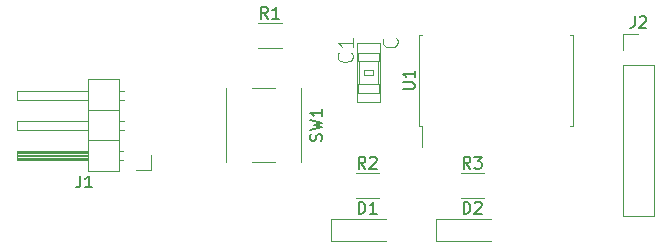
<source format=gbr>
%TF.GenerationSoftware,KiCad,Pcbnew,(5.1.9)-1*%
%TF.CreationDate,2021-02-16T10:35:30-05:00*%
%TF.ProjectId,Blinkbutton1616,426c696e-6b62-4757-9474-6f6e31363136,rev?*%
%TF.SameCoordinates,Original*%
%TF.FileFunction,Legend,Top*%
%TF.FilePolarity,Positive*%
%FSLAX46Y46*%
G04 Gerber Fmt 4.6, Leading zero omitted, Abs format (unit mm)*
G04 Created by KiCad (PCBNEW (5.1.9)-1) date 2021-02-16 10:35:30*
%MOMM*%
%LPD*%
G01*
G04 APERTURE LIST*
%ADD10C,0.120000*%
%ADD11C,0.066040*%
%ADD12C,0.050800*%
%ADD13C,0.101600*%
%ADD14C,0.150000*%
G04 APERTURE END LIST*
D10*
%TO.C,U1*%
X139775000Y-121970000D02*
X139775000Y-123785000D01*
X139540000Y-121970000D02*
X139775000Y-121970000D01*
X139540000Y-118110000D02*
X139540000Y-121970000D01*
X139540000Y-114250000D02*
X139775000Y-114250000D01*
X139540000Y-118110000D02*
X139540000Y-114250000D01*
X152560000Y-121970000D02*
X152325000Y-121970000D01*
X152560000Y-118110000D02*
X152560000Y-121970000D01*
X152560000Y-114250000D02*
X152325000Y-114250000D01*
X152560000Y-118110000D02*
X152560000Y-114250000D01*
%TO.C,J2*%
X156785000Y-129600000D02*
X159445000Y-129600000D01*
X156785000Y-116840000D02*
X156785000Y-129600000D01*
X159445000Y-116840000D02*
X159445000Y-129600000D01*
X156785000Y-116840000D02*
X159445000Y-116840000D01*
X156785000Y-115570000D02*
X156785000Y-114240000D01*
X156785000Y-114240000D02*
X158115000Y-114240000D01*
%TO.C,J1*%
X114130000Y-125790000D02*
X114130000Y-118050000D01*
X114130000Y-118050000D02*
X111470000Y-118050000D01*
X111470000Y-118050000D02*
X111470000Y-125790000D01*
X111470000Y-125790000D02*
X114130000Y-125790000D01*
X111470000Y-124840000D02*
X105470000Y-124840000D01*
X105470000Y-124840000D02*
X105470000Y-124080000D01*
X105470000Y-124080000D02*
X111470000Y-124080000D01*
X111470000Y-124780000D02*
X105470000Y-124780000D01*
X111470000Y-124660000D02*
X105470000Y-124660000D01*
X111470000Y-124540000D02*
X105470000Y-124540000D01*
X111470000Y-124420000D02*
X105470000Y-124420000D01*
X111470000Y-124300000D02*
X105470000Y-124300000D01*
X111470000Y-124180000D02*
X105470000Y-124180000D01*
X114460000Y-124840000D02*
X114130000Y-124840000D01*
X114460000Y-124080000D02*
X114130000Y-124080000D01*
X114130000Y-123190000D02*
X111470000Y-123190000D01*
X111470000Y-122300000D02*
X105470000Y-122300000D01*
X105470000Y-122300000D02*
X105470000Y-121540000D01*
X105470000Y-121540000D02*
X111470000Y-121540000D01*
X114527071Y-122300000D02*
X114130000Y-122300000D01*
X114527071Y-121540000D02*
X114130000Y-121540000D01*
X114130000Y-120650000D02*
X111470000Y-120650000D01*
X111470000Y-119760000D02*
X105470000Y-119760000D01*
X105470000Y-119760000D02*
X105470000Y-119000000D01*
X105470000Y-119000000D02*
X111470000Y-119000000D01*
X114527071Y-119760000D02*
X114130000Y-119760000D01*
X114527071Y-119000000D02*
X114130000Y-119000000D01*
X116840000Y-124460000D02*
X116840000Y-125730000D01*
X116840000Y-125730000D02*
X115570000Y-125730000D01*
%TO.C,SW1*%
X127365000Y-125070000D02*
X125365000Y-125070000D01*
X123215000Y-125070000D02*
X123215000Y-118770000D01*
X125365000Y-118770000D02*
X127365000Y-118770000D01*
X129515000Y-118770000D02*
X129515000Y-125070000D01*
%TO.C,R3*%
X143050000Y-125930000D02*
X145050000Y-125930000D01*
X145050000Y-128070000D02*
X143050000Y-128070000D01*
%TO.C,R2*%
X134160000Y-125930000D02*
X136160000Y-125930000D01*
X136160000Y-128070000D02*
X134160000Y-128070000D01*
%TO.C,R1*%
X125905000Y-113230000D02*
X127905000Y-113230000D01*
X127905000Y-115370000D02*
X125905000Y-115370000D01*
%TO.C,D2*%
X140950000Y-129860000D02*
X145650000Y-129860000D01*
X140950000Y-131760000D02*
X145650000Y-131760000D01*
X140950000Y-129860000D02*
X140950000Y-131760000D01*
%TO.C,D1*%
X132060000Y-129860000D02*
X136760000Y-129860000D01*
X132060000Y-131760000D02*
X136760000Y-131760000D01*
X132060000Y-129860000D02*
X132060000Y-131760000D01*
D11*
%TO.C,C1*%
X136105900Y-119176800D02*
X136105900Y-118424960D01*
X136105900Y-118424960D02*
X134406640Y-118424960D01*
X134406640Y-119176800D02*
X134406640Y-118424960D01*
X136105900Y-119176800D02*
X134406640Y-119176800D01*
X136103360Y-116525040D02*
X136103360Y-115773200D01*
X136103360Y-115773200D02*
X134404100Y-115773200D01*
X134404100Y-116525040D02*
X134404100Y-115773200D01*
X136103360Y-116525040D02*
X134404100Y-116525040D01*
X135653780Y-117673120D02*
X135653780Y-117276880D01*
X135653780Y-117276880D02*
X134856220Y-117276880D01*
X134856220Y-117673120D02*
X134856220Y-117276880D01*
X135653780Y-117673120D02*
X134856220Y-117673120D01*
D12*
X134272020Y-119946420D02*
X134272020Y-115003580D01*
X136237980Y-115003580D02*
X136237980Y-119946420D01*
X136237980Y-119946420D02*
X134272020Y-119946420D01*
X134272020Y-115003580D02*
X136237980Y-115003580D01*
D13*
X134470140Y-118437660D02*
X134470140Y-116512340D01*
X136039860Y-118437660D02*
X136039860Y-116512340D01*
%TO.C,U1*%
D14*
X138152380Y-118871904D02*
X138961904Y-118871904D01*
X139057142Y-118824285D01*
X139104761Y-118776666D01*
X139152380Y-118681428D01*
X139152380Y-118490952D01*
X139104761Y-118395714D01*
X139057142Y-118348095D01*
X138961904Y-118300476D01*
X138152380Y-118300476D01*
X139152380Y-117300476D02*
X139152380Y-117871904D01*
X139152380Y-117586190D02*
X138152380Y-117586190D01*
X138295238Y-117681428D01*
X138390476Y-117776666D01*
X138438095Y-117871904D01*
%TO.C,J2*%
X157781666Y-112692380D02*
X157781666Y-113406666D01*
X157734047Y-113549523D01*
X157638809Y-113644761D01*
X157495952Y-113692380D01*
X157400714Y-113692380D01*
X158210238Y-112787619D02*
X158257857Y-112740000D01*
X158353095Y-112692380D01*
X158591190Y-112692380D01*
X158686428Y-112740000D01*
X158734047Y-112787619D01*
X158781666Y-112882857D01*
X158781666Y-112978095D01*
X158734047Y-113120952D01*
X158162619Y-113692380D01*
X158781666Y-113692380D01*
%TO.C,J1*%
X110851666Y-126182380D02*
X110851666Y-126896666D01*
X110804047Y-127039523D01*
X110708809Y-127134761D01*
X110565952Y-127182380D01*
X110470714Y-127182380D01*
X111851666Y-127182380D02*
X111280238Y-127182380D01*
X111565952Y-127182380D02*
X111565952Y-126182380D01*
X111470714Y-126325238D01*
X111375476Y-126420476D01*
X111280238Y-126468095D01*
%TO.C,SW1*%
X131269761Y-123253333D02*
X131317380Y-123110476D01*
X131317380Y-122872380D01*
X131269761Y-122777142D01*
X131222142Y-122729523D01*
X131126904Y-122681904D01*
X131031666Y-122681904D01*
X130936428Y-122729523D01*
X130888809Y-122777142D01*
X130841190Y-122872380D01*
X130793571Y-123062857D01*
X130745952Y-123158095D01*
X130698333Y-123205714D01*
X130603095Y-123253333D01*
X130507857Y-123253333D01*
X130412619Y-123205714D01*
X130365000Y-123158095D01*
X130317380Y-123062857D01*
X130317380Y-122824761D01*
X130365000Y-122681904D01*
X130317380Y-122348571D02*
X131317380Y-122110476D01*
X130603095Y-121920000D01*
X131317380Y-121729523D01*
X130317380Y-121491428D01*
X131317380Y-120586666D02*
X131317380Y-121158095D01*
X131317380Y-120872380D02*
X130317380Y-120872380D01*
X130460238Y-120967619D01*
X130555476Y-121062857D01*
X130603095Y-121158095D01*
%TO.C,R3*%
X143883333Y-125602380D02*
X143550000Y-125126190D01*
X143311904Y-125602380D02*
X143311904Y-124602380D01*
X143692857Y-124602380D01*
X143788095Y-124650000D01*
X143835714Y-124697619D01*
X143883333Y-124792857D01*
X143883333Y-124935714D01*
X143835714Y-125030952D01*
X143788095Y-125078571D01*
X143692857Y-125126190D01*
X143311904Y-125126190D01*
X144216666Y-124602380D02*
X144835714Y-124602380D01*
X144502380Y-124983333D01*
X144645238Y-124983333D01*
X144740476Y-125030952D01*
X144788095Y-125078571D01*
X144835714Y-125173809D01*
X144835714Y-125411904D01*
X144788095Y-125507142D01*
X144740476Y-125554761D01*
X144645238Y-125602380D01*
X144359523Y-125602380D01*
X144264285Y-125554761D01*
X144216666Y-125507142D01*
%TO.C,R2*%
X134993333Y-125602380D02*
X134660000Y-125126190D01*
X134421904Y-125602380D02*
X134421904Y-124602380D01*
X134802857Y-124602380D01*
X134898095Y-124650000D01*
X134945714Y-124697619D01*
X134993333Y-124792857D01*
X134993333Y-124935714D01*
X134945714Y-125030952D01*
X134898095Y-125078571D01*
X134802857Y-125126190D01*
X134421904Y-125126190D01*
X135374285Y-124697619D02*
X135421904Y-124650000D01*
X135517142Y-124602380D01*
X135755238Y-124602380D01*
X135850476Y-124650000D01*
X135898095Y-124697619D01*
X135945714Y-124792857D01*
X135945714Y-124888095D01*
X135898095Y-125030952D01*
X135326666Y-125602380D01*
X135945714Y-125602380D01*
%TO.C,R1*%
X126738333Y-112902380D02*
X126405000Y-112426190D01*
X126166904Y-112902380D02*
X126166904Y-111902380D01*
X126547857Y-111902380D01*
X126643095Y-111950000D01*
X126690714Y-111997619D01*
X126738333Y-112092857D01*
X126738333Y-112235714D01*
X126690714Y-112330952D01*
X126643095Y-112378571D01*
X126547857Y-112426190D01*
X126166904Y-112426190D01*
X127690714Y-112902380D02*
X127119285Y-112902380D01*
X127405000Y-112902380D02*
X127405000Y-111902380D01*
X127309761Y-112045238D01*
X127214523Y-112140476D01*
X127119285Y-112188095D01*
%TO.C,D2*%
X143311904Y-129412380D02*
X143311904Y-128412380D01*
X143550000Y-128412380D01*
X143692857Y-128460000D01*
X143788095Y-128555238D01*
X143835714Y-128650476D01*
X143883333Y-128840952D01*
X143883333Y-128983809D01*
X143835714Y-129174285D01*
X143788095Y-129269523D01*
X143692857Y-129364761D01*
X143550000Y-129412380D01*
X143311904Y-129412380D01*
X144264285Y-128507619D02*
X144311904Y-128460000D01*
X144407142Y-128412380D01*
X144645238Y-128412380D01*
X144740476Y-128460000D01*
X144788095Y-128507619D01*
X144835714Y-128602857D01*
X144835714Y-128698095D01*
X144788095Y-128840952D01*
X144216666Y-129412380D01*
X144835714Y-129412380D01*
%TO.C,D1*%
X134421904Y-129412380D02*
X134421904Y-128412380D01*
X134660000Y-128412380D01*
X134802857Y-128460000D01*
X134898095Y-128555238D01*
X134945714Y-128650476D01*
X134993333Y-128840952D01*
X134993333Y-128983809D01*
X134945714Y-129174285D01*
X134898095Y-129269523D01*
X134802857Y-129364761D01*
X134660000Y-129412380D01*
X134421904Y-129412380D01*
X135945714Y-129412380D02*
X135374285Y-129412380D01*
X135660000Y-129412380D02*
X135660000Y-128412380D01*
X135564761Y-128555238D01*
X135469523Y-128650476D01*
X135374285Y-128698095D01*
%TO.C,C1*%
D13*
X133803571Y-115781666D02*
X133864047Y-115842142D01*
X133924523Y-116023571D01*
X133924523Y-116144523D01*
X133864047Y-116325952D01*
X133743095Y-116446904D01*
X133622142Y-116507380D01*
X133380238Y-116567857D01*
X133198809Y-116567857D01*
X132956904Y-116507380D01*
X132835952Y-116446904D01*
X132715000Y-116325952D01*
X132654523Y-116144523D01*
X132654523Y-116023571D01*
X132715000Y-115842142D01*
X132775476Y-115781666D01*
X133924523Y-114572142D02*
X133924523Y-115297857D01*
X133924523Y-114935000D02*
X132654523Y-114935000D01*
X132835952Y-115055952D01*
X132956904Y-115176904D01*
X133017380Y-115297857D01*
X137613571Y-114541904D02*
X137674047Y-114602380D01*
X137734523Y-114783809D01*
X137734523Y-114904761D01*
X137674047Y-115086190D01*
X137553095Y-115207142D01*
X137432142Y-115267619D01*
X137190238Y-115328095D01*
X137008809Y-115328095D01*
X136766904Y-115267619D01*
X136645952Y-115207142D01*
X136525000Y-115086190D01*
X136464523Y-114904761D01*
X136464523Y-114783809D01*
X136525000Y-114602380D01*
X136585476Y-114541904D01*
%TD*%
M02*

</source>
